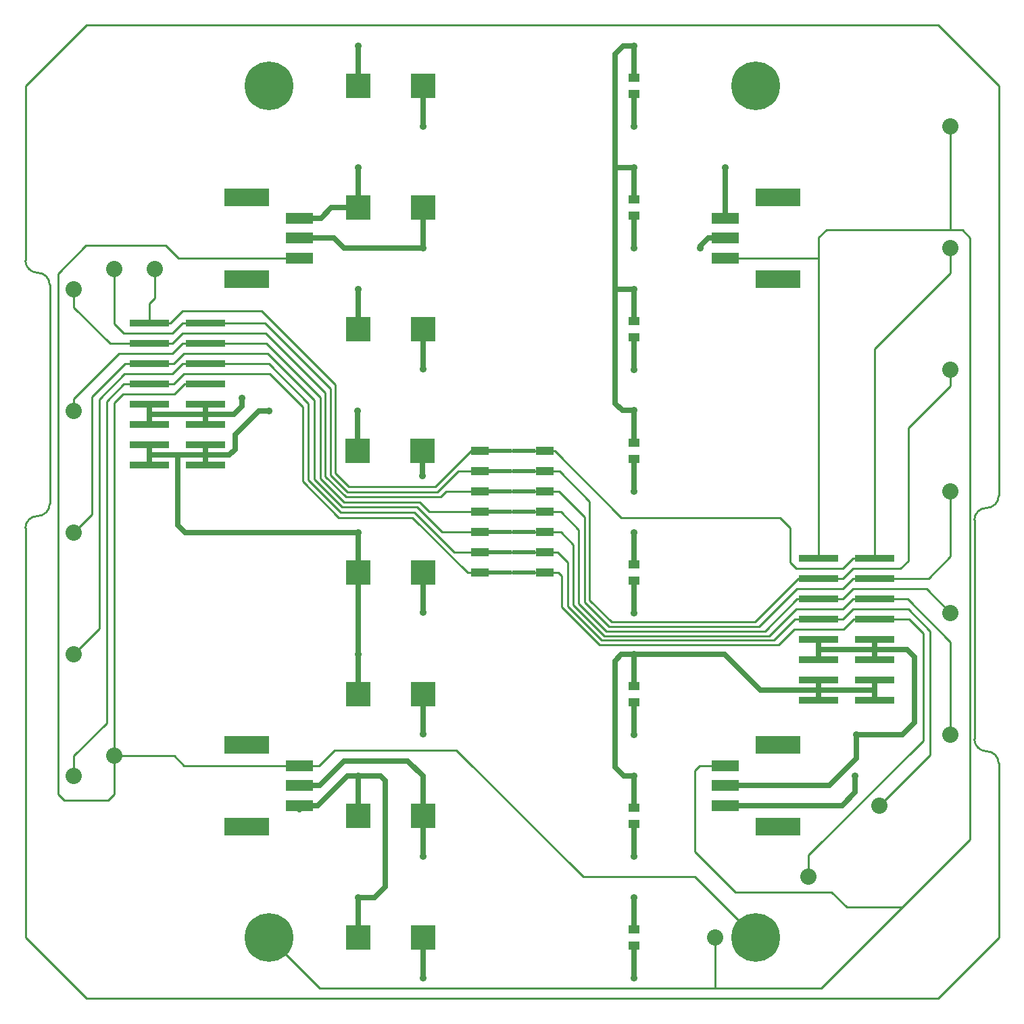
<source format=gbl>
G04 #@! TF.FileFunction,Copper,L2,Bot,Signal*
%FSLAX46Y46*%
G04 Gerber Fmt 4.6, Leading zero omitted, Abs format (unit mm)*
G04 Created by KiCad (PCBNEW 0.201504161001+5603~22~ubuntu14.10.1-product) date Fri Apr 17 18:25:38 2015*
%MOMM*%
G01*
G04 APERTURE LIST*
%ADD10C,0.152400*%
%ADD11C,0.254000*%
%ADD12R,5.000000X0.900000*%
%ADD13R,2.200000X1.016000*%
%ADD14R,3.000000X0.500000*%
%ADD15R,3.048000X3.048000*%
%ADD16R,3.400000X1.400000*%
%ADD17R,5.600000X2.300000*%
%ADD18R,1.422400X1.066800*%
%ADD19C,6.096000*%
%ADD20C,2.032000*%
%ADD21C,0.889000*%
%ADD22C,0.635000*%
G04 APERTURE END LIST*
D10*
D11*
X147320000Y-33020000D02*
X139700000Y-25400000D01*
X147320000Y-139700000D02*
X139700000Y-147320000D01*
X25400000Y-139700000D02*
X33020000Y-147320000D01*
X33020000Y-25400000D02*
X25400000Y-33020000D01*
X147320000Y-117856000D02*
G75*
G03X145796000Y-116332000I-1524000J0D01*
G01*
X144272000Y-114808000D02*
G75*
G03X145796000Y-116332000I1524000J0D01*
G01*
X145796000Y-85852000D02*
G75*
G03X144272000Y-87376000I0J-1524000D01*
G01*
X145796000Y-85852000D02*
G75*
G03X147320000Y-84328000I0J1524000D01*
G01*
X25400000Y-54864000D02*
G75*
G03X26924000Y-56388000I1524000J0D01*
G01*
X28448000Y-57912000D02*
G75*
G03X26924000Y-56388000I-1524000J0D01*
G01*
X26924000Y-86868000D02*
G75*
G03X25400000Y-88392000I0J-1524000D01*
G01*
X26924000Y-86868000D02*
G75*
G03X28448000Y-85344000I0J1524000D01*
G01*
X147320000Y-84328000D02*
X147320000Y-33020000D01*
X147320000Y-117856000D02*
X147320000Y-139700000D01*
X25400000Y-88392000D02*
X25400000Y-139700000D01*
X25400000Y-54864000D02*
X25400000Y-33020000D01*
X144272000Y-101092000D02*
X144272000Y-114808000D01*
X144272000Y-101092000D02*
X144272000Y-87376000D01*
X28448000Y-71628000D02*
X28448000Y-85344000D01*
X28448000Y-71628000D02*
X28448000Y-57912000D01*
X139700000Y-147320000D02*
X33020000Y-147320000D01*
X33020000Y-25400000D02*
X139700000Y-25400000D01*
D12*
X124770000Y-92202000D03*
X131770000Y-92202000D03*
X131770000Y-94742000D03*
X124770000Y-94742000D03*
X131770000Y-97282000D03*
X124770000Y-97282000D03*
X131770000Y-99822000D03*
X124770000Y-99822000D03*
X131770000Y-102362000D03*
X124770000Y-102362000D03*
X131770000Y-104902000D03*
X124770000Y-104902000D03*
X131770000Y-107442000D03*
X124770000Y-107442000D03*
X131770000Y-109982000D03*
X124770000Y-109982000D03*
X40950000Y-62738000D03*
X47950000Y-62738000D03*
X47950000Y-65278000D03*
X40950000Y-65278000D03*
X47950000Y-67818000D03*
X40950000Y-67818000D03*
X47950000Y-70358000D03*
X40950000Y-70358000D03*
X47950000Y-72898000D03*
X40950000Y-72898000D03*
X47950000Y-75438000D03*
X40950000Y-75438000D03*
X47950000Y-77978000D03*
X40950000Y-77978000D03*
X47950000Y-80518000D03*
X40950000Y-80518000D03*
D13*
X90424000Y-78740000D03*
X82296000Y-78740000D03*
D14*
X84860000Y-78740000D03*
X87860000Y-78740000D03*
D13*
X90424000Y-81280000D03*
X82296000Y-81280000D03*
D14*
X84860000Y-81280000D03*
X87860000Y-81280000D03*
D13*
X90424000Y-83820000D03*
X82296000Y-83820000D03*
D14*
X84860000Y-83820000D03*
X87860000Y-83820000D03*
D13*
X90424000Y-86360000D03*
X82296000Y-86360000D03*
D14*
X84860000Y-86360000D03*
X87860000Y-86360000D03*
D13*
X90424000Y-88900000D03*
X82296000Y-88900000D03*
D14*
X84860000Y-88900000D03*
X87860000Y-88900000D03*
D13*
X90424000Y-91440000D03*
X82296000Y-91440000D03*
D14*
X84860000Y-91440000D03*
X87860000Y-91440000D03*
D13*
X90424000Y-93980000D03*
X82296000Y-93980000D03*
D14*
X84860000Y-93980000D03*
X87860000Y-93980000D03*
D15*
X75184000Y-139700000D03*
X67056000Y-139700000D03*
X75184000Y-124460000D03*
X67056000Y-124460000D03*
X75184000Y-109220000D03*
X67056000Y-109220000D03*
X75184000Y-93980000D03*
X67056000Y-93980000D03*
X75171300Y-78740000D03*
X67043300Y-78740000D03*
X75184000Y-63500000D03*
X67056000Y-63500000D03*
X75184000Y-48260000D03*
X67056000Y-48260000D03*
X75184000Y-33020000D03*
X67056000Y-33020000D03*
D16*
X59690000Y-52070000D03*
X59690000Y-54570000D03*
D17*
X53090000Y-57170000D03*
X53090000Y-46970000D03*
D16*
X59690000Y-49570000D03*
X113030000Y-52070000D03*
X113030000Y-49570000D03*
D17*
X119630000Y-46970000D03*
X119630000Y-57170000D03*
D16*
X113030000Y-54570000D03*
X59690000Y-120650000D03*
X59690000Y-123150000D03*
D17*
X53090000Y-125750000D03*
X53090000Y-115550000D03*
D16*
X59690000Y-118150000D03*
X113030000Y-120650000D03*
X113030000Y-118150000D03*
D17*
X119630000Y-115550000D03*
X119630000Y-125750000D03*
D16*
X113030000Y-123150000D03*
D18*
X101600000Y-32004000D03*
X101600000Y-34036000D03*
X101600000Y-47244000D03*
X101600000Y-49276000D03*
X101600000Y-62484000D03*
X101600000Y-64516000D03*
X101600000Y-77724000D03*
X101600000Y-79756000D03*
X101600000Y-92964000D03*
X101600000Y-94996000D03*
X101600000Y-108204000D03*
X101600000Y-110236000D03*
X101600000Y-123444000D03*
X101600000Y-125476000D03*
X101600000Y-138684000D03*
X101600000Y-140716000D03*
D19*
X55880000Y-139700000D03*
X116840000Y-139700000D03*
X55880000Y-33020000D03*
X116840000Y-33020000D03*
D20*
X36512500Y-116903500D03*
X31432500Y-119443500D03*
X123507500Y-132016500D03*
X31432500Y-104203500D03*
X132397500Y-123126500D03*
X31432500Y-88963500D03*
X141287500Y-114236500D03*
X31432500Y-73723500D03*
X141287500Y-98996500D03*
X31432500Y-58483500D03*
X141300200Y-83769200D03*
X36512500Y-55943500D03*
X141287500Y-68516500D03*
X41592500Y-55943500D03*
X141287500Y-53276500D03*
X111760000Y-139700000D03*
X141287500Y-38036500D03*
D21*
X129476500Y-114236500D03*
X101600000Y-144729200D03*
X101600000Y-129489200D03*
X101600000Y-114249200D03*
X101600000Y-99009200D03*
X101600000Y-83769200D03*
X101600000Y-68529200D03*
X101600000Y-53289200D03*
X101600000Y-38049200D03*
X75171300Y-81813400D03*
X109931200Y-53289200D03*
X75184000Y-38049200D03*
X75184000Y-53289200D03*
X75184000Y-68478400D03*
X75184000Y-98958400D03*
X75184000Y-114198400D03*
X75184000Y-129489200D03*
X75184000Y-144729200D03*
X52565300Y-72072500D03*
X101600000Y-134670800D03*
X101600000Y-119430800D03*
X101600000Y-104190800D03*
X101600000Y-88950800D03*
X101650800Y-73660000D03*
X101600000Y-58470800D03*
X101600000Y-43230800D03*
X101600000Y-27990800D03*
X67043300Y-73723500D03*
X67056000Y-27990800D03*
X67056000Y-43230800D03*
X67056000Y-58470800D03*
X67056000Y-88950800D03*
X67056000Y-104190800D03*
X67056000Y-119430800D03*
X67056000Y-134670800D03*
X129362200Y-119443500D03*
X55943500Y-73723500D03*
X113030000Y-43230800D03*
D11*
X36512500Y-116903500D02*
X36512500Y-72707500D01*
X36512500Y-72707500D02*
X37592000Y-71628000D01*
X36512500Y-116903500D02*
X44030900Y-116903500D01*
X44030900Y-116903500D02*
X45277400Y-118150000D01*
X59690000Y-118150000D02*
X45277400Y-118150000D01*
X45339000Y-70358000D02*
X44069000Y-71628000D01*
X47950000Y-70358000D02*
X45339000Y-70358000D01*
X44069000Y-71628000D02*
X37592000Y-71628000D01*
X33000000Y-53000000D02*
X29500000Y-56500000D01*
X43000000Y-53000000D02*
X33000000Y-53000000D01*
X44570000Y-54570000D02*
X43000000Y-53000000D01*
X59690000Y-54570000D02*
X44570000Y-54570000D01*
X36512500Y-121737500D02*
X35750000Y-122500000D01*
X35750000Y-122500000D02*
X30250000Y-122500000D01*
X30250000Y-122500000D02*
X29500000Y-121750000D01*
X29500000Y-121750000D02*
X29500000Y-56500000D01*
X36512500Y-116903500D02*
X36512500Y-121737500D01*
X62190000Y-118150000D02*
X64135000Y-116205000D01*
X64135000Y-116205000D02*
X79375000Y-116205000D01*
X79375000Y-116205000D02*
X95250000Y-132080000D01*
X95250000Y-132080000D02*
X109220000Y-132080000D01*
X109220000Y-132080000D02*
X116840000Y-139700000D01*
X59690000Y-118150000D02*
X62190000Y-118150000D01*
X43942000Y-70358000D02*
X45212000Y-69088000D01*
X45212000Y-69088000D02*
X56007000Y-69088000D01*
X31432500Y-119443500D02*
X31432500Y-116928900D01*
X31432500Y-116928900D02*
X35572700Y-112788700D01*
X35572700Y-72504300D02*
X35572700Y-112788700D01*
X40950000Y-70358000D02*
X37719000Y-70358000D01*
X37719000Y-70358000D02*
X35572700Y-72504300D01*
X43942000Y-70358000D02*
X40950000Y-70358000D01*
X60109100Y-82524600D02*
X60109100Y-73190100D01*
X64643000Y-87058500D02*
X60109100Y-82524600D01*
X60109100Y-73190100D02*
X56007000Y-69088000D01*
X82296000Y-93980000D02*
X80772000Y-93980000D01*
X80772000Y-93980000D02*
X73850500Y-87058500D01*
X85090000Y-93980000D02*
X82296000Y-93980000D01*
X123507500Y-132016500D02*
X123507500Y-129349500D01*
X136118600Y-99822000D02*
X137871200Y-101574600D01*
X131770000Y-99822000D02*
X136118600Y-99822000D01*
X119735600Y-103022400D02*
X97294700Y-103022400D01*
X92544900Y-94373700D02*
X92151200Y-93980000D01*
X92544900Y-98272600D02*
X92544900Y-94373700D01*
X97294700Y-103022400D02*
X92544900Y-98272600D01*
X90424000Y-93980000D02*
X92151200Y-93980000D01*
X127889000Y-101092000D02*
X129159000Y-99822000D01*
X129159000Y-99822000D02*
X131770000Y-99822000D01*
X121666000Y-101092000D02*
X127889000Y-101092000D01*
X121666000Y-101092000D02*
X119735600Y-103022400D01*
X87630000Y-93980000D02*
X90424000Y-93980000D01*
X137871200Y-114985800D02*
X123507500Y-129349500D01*
X137871200Y-101574600D02*
X137871200Y-114985800D01*
X87860000Y-93980000D02*
X84860000Y-93980000D01*
X73850500Y-87058500D02*
X64643000Y-87058500D01*
X34645600Y-72237600D02*
X34645600Y-100990400D01*
X34645600Y-100990400D02*
X31432500Y-104203500D01*
X45085000Y-67818000D02*
X43815000Y-69088000D01*
X43815000Y-69088000D02*
X37795200Y-69088000D01*
X37795200Y-69088000D02*
X34645600Y-72237600D01*
X47950000Y-67818000D02*
X45085000Y-67818000D01*
X47950000Y-67818000D02*
X55880000Y-67818000D01*
X60807600Y-72745600D02*
X55880000Y-67818000D01*
X60807600Y-82384900D02*
X60807600Y-72745600D01*
X64858900Y-86436200D02*
X60807600Y-82384900D01*
X82296000Y-91440000D02*
X79146400Y-91440000D01*
X79146400Y-91440000D02*
X74142600Y-86436200D01*
X82296000Y-91440000D02*
X82296000Y-91135200D01*
X85090000Y-91440000D02*
X82296000Y-91440000D01*
X129032000Y-98552000D02*
X136042400Y-98552000D01*
X127762000Y-99822000D02*
X129032000Y-98552000D01*
X127762000Y-99822000D02*
X124770000Y-99822000D01*
X136042400Y-98552000D02*
X138760200Y-101269800D01*
X119176800Y-102438200D02*
X97599500Y-102438200D01*
X93345000Y-92697300D02*
X92087700Y-91440000D01*
X93345000Y-98183700D02*
X93345000Y-92697300D01*
X97599500Y-102438200D02*
X93345000Y-98183700D01*
X124770000Y-99822000D02*
X126873000Y-99822000D01*
X121793000Y-99822000D02*
X119176800Y-102438200D01*
X92087700Y-91440000D02*
X90424000Y-91440000D01*
X124770000Y-99822000D02*
X121793000Y-99822000D01*
X90424000Y-91440000D02*
X87630000Y-91440000D01*
X138760200Y-116763800D02*
X132397500Y-123126500D01*
X138760200Y-101269800D02*
X138760200Y-116763800D01*
X84860000Y-91440000D02*
X87860000Y-91440000D01*
X74142600Y-86436200D02*
X64858900Y-86436200D01*
X33743900Y-71970900D02*
X33743900Y-86652100D01*
X33743900Y-86652100D02*
X31432500Y-88963500D01*
X37896800Y-67818000D02*
X33743900Y-71970900D01*
X40950000Y-67818000D02*
X37896800Y-67818000D01*
X43942000Y-67818000D02*
X40950000Y-67818000D01*
X45212000Y-66548000D02*
X43942000Y-67818000D01*
X55727600Y-66548000D02*
X45212000Y-66548000D01*
X61569600Y-72390000D02*
X55727600Y-66548000D01*
X82296000Y-88900000D02*
X77584300Y-88900000D01*
X65100200Y-85763100D02*
X61569600Y-82232500D01*
X74447400Y-85763100D02*
X65100200Y-85763100D01*
X77584300Y-88900000D02*
X74447400Y-85763100D01*
X82296000Y-88900000D02*
X85090000Y-88900000D01*
X118605300Y-101866700D02*
X97904300Y-101866700D01*
X94030800Y-90449400D02*
X92481400Y-88900000D01*
X94030800Y-97993200D02*
X94030800Y-90449400D01*
X97904300Y-101866700D02*
X94030800Y-97993200D01*
X141287500Y-114236500D02*
X141287500Y-102628700D01*
X141287500Y-102628700D02*
X135940800Y-97282000D01*
X131770000Y-97282000D02*
X135940800Y-97282000D01*
X129032000Y-97282000D02*
X127762000Y-98552000D01*
X131770000Y-97282000D02*
X129032000Y-97282000D01*
X121920000Y-98552000D02*
X118605300Y-101866700D01*
X92481400Y-88900000D02*
X90424000Y-88900000D01*
X127762000Y-98552000D02*
X121920000Y-98552000D01*
X87630000Y-88900000D02*
X90424000Y-88900000D01*
X87860000Y-88900000D02*
X84860000Y-88900000D01*
X61569600Y-82232500D02*
X61569600Y-72390000D01*
X43815000Y-66548000D02*
X37109400Y-66548000D01*
X31432500Y-72224900D02*
X31432500Y-73723500D01*
X37109400Y-66548000D02*
X31432500Y-72224900D01*
X47950000Y-65278000D02*
X45085000Y-65278000D01*
X45085000Y-65278000D02*
X43815000Y-66548000D01*
X47950000Y-65278000D02*
X55575200Y-65278000D01*
X62318900Y-72021700D02*
X55575200Y-65278000D01*
X62318900Y-82143600D02*
X62318900Y-72021700D01*
X65316100Y-85140800D02*
X62318900Y-82143600D01*
X82296000Y-86360000D02*
X75984100Y-86360000D01*
X75984100Y-86360000D02*
X74764900Y-85140800D01*
X85090000Y-86360000D02*
X82296000Y-86360000D01*
X138303000Y-96012000D02*
X141287500Y-98996500D01*
X118033800Y-101295200D02*
X98183700Y-101295200D01*
X94716600Y-88582500D02*
X92494100Y-86360000D01*
X94716600Y-97828100D02*
X94716600Y-88582500D01*
X98183700Y-101295200D02*
X94716600Y-97828100D01*
X129032000Y-96012000D02*
X138303000Y-96012000D01*
X127762000Y-97282000D02*
X129032000Y-96012000D01*
X127762000Y-97282000D02*
X124770000Y-97282000D01*
X124770000Y-97282000D02*
X122047000Y-97282000D01*
X122047000Y-97282000D02*
X118033800Y-101295200D01*
X92494100Y-86360000D02*
X90424000Y-86360000D01*
X90424000Y-86360000D02*
X87630000Y-86360000D01*
X84860000Y-86360000D02*
X87860000Y-86360000D01*
X74764900Y-85140800D02*
X65316100Y-85140800D01*
X40950000Y-65278000D02*
X35991800Y-65278000D01*
X31432500Y-60718700D02*
X31432500Y-58483500D01*
X35991800Y-65278000D02*
X31432500Y-60718700D01*
X43815000Y-65278000D02*
X40950000Y-65278000D01*
X55499000Y-64008000D02*
X45085000Y-64008000D01*
X45085000Y-64008000D02*
X43815000Y-65278000D01*
X62941200Y-71450200D02*
X55499000Y-64008000D01*
X65532002Y-84493100D02*
X62941200Y-81902298D01*
X62941200Y-81902298D02*
X62941200Y-71450200D01*
X82296000Y-83820000D02*
X78092300Y-83820000D01*
X77419200Y-84493100D02*
X65532002Y-84493100D01*
X78092300Y-83820000D02*
X77419200Y-84493100D01*
X82296000Y-83820000D02*
X85090000Y-83820000D01*
X90424000Y-83820000D02*
X92240100Y-83820000D01*
X129032000Y-94742000D02*
X131770000Y-94742000D01*
X129032000Y-94742000D02*
X127762000Y-96012000D01*
X98513900Y-100736400D02*
X117322600Y-100736400D01*
X122047000Y-96012000D02*
X117322600Y-100736400D01*
X127762000Y-96012000D02*
X122047000Y-96012000D01*
X98513900Y-100736400D02*
X95427800Y-97650300D01*
X95427800Y-97650300D02*
X95427800Y-87007700D01*
X95427800Y-87007700D02*
X92240100Y-83820000D01*
X87630000Y-83820000D02*
X90424000Y-83820000D01*
X138508000Y-94742000D02*
X141300200Y-91949800D01*
X141300200Y-91949800D02*
X141300200Y-83769200D01*
X131770000Y-94742000D02*
X138508000Y-94742000D01*
X87860000Y-83820000D02*
X84860000Y-83820000D01*
X36512500Y-55943500D02*
X36512500Y-62801500D01*
X36512500Y-62801500D02*
X37719000Y-64008000D01*
X47950000Y-62738000D02*
X45085000Y-62738000D01*
X45085000Y-62738000D02*
X43815000Y-64008000D01*
X43815000Y-64008000D02*
X37719000Y-64008000D01*
X47950000Y-62738000D02*
X55422800Y-62738000D01*
X63614300Y-70929500D02*
X55422800Y-62738000D01*
X63614300Y-81711800D02*
X63614300Y-70929500D01*
X65735200Y-83832700D02*
X63614300Y-81711800D01*
X82296000Y-81280000D02*
X79590900Y-81280000D01*
X79590900Y-81280000D02*
X77038200Y-83832700D01*
X85090000Y-81280000D02*
X82296000Y-81280000D01*
X141287500Y-70561200D02*
X141287500Y-68516500D01*
X116776500Y-100139500D02*
X98818700Y-100139500D01*
X96062800Y-85013800D02*
X92329000Y-81280000D01*
X96062800Y-97383600D02*
X96062800Y-85013800D01*
X98818700Y-100139500D02*
X96062800Y-97383600D01*
X127762000Y-94742000D02*
X129032000Y-93472000D01*
X127762000Y-94742000D02*
X124770000Y-94742000D01*
X116776500Y-100139500D02*
X122174000Y-94742000D01*
X124770000Y-94742000D02*
X122174000Y-94742000D01*
X92329000Y-81280000D02*
X90424000Y-81280000D01*
X90424000Y-81280000D02*
X87630000Y-81280000D01*
X135028000Y-93472000D02*
X136000000Y-92500000D01*
X136000000Y-92500000D02*
X136000000Y-75848700D01*
X136000000Y-75848700D02*
X141287500Y-70561200D01*
X129032000Y-93472000D02*
X135028000Y-93472000D01*
X84860000Y-81280000D02*
X87860000Y-81280000D01*
X77038200Y-83832700D02*
X65735200Y-83832700D01*
X40950000Y-62738000D02*
X40950000Y-60218200D01*
X40950000Y-60218200D02*
X41592500Y-59575700D01*
X41592500Y-59575700D02*
X41592500Y-55943500D01*
X40950000Y-62738000D02*
X43561000Y-62738000D01*
X43561000Y-62738000D02*
X45085000Y-61214000D01*
X45085000Y-61214000D02*
X55016400Y-61214000D01*
X64236600Y-81495900D02*
X64236600Y-70434200D01*
X64236600Y-70434200D02*
X55016400Y-61214000D01*
X65913000Y-83172300D02*
X64236600Y-81495900D01*
X82296000Y-78740000D02*
X81203800Y-78740000D01*
X81203800Y-78740000D02*
X76771500Y-83172300D01*
X82296000Y-78740000D02*
X85090000Y-78740000D01*
X141287500Y-56413400D02*
X141287500Y-53276500D01*
X121158000Y-92710000D02*
X121158000Y-88366600D01*
X99961700Y-87020400D02*
X99961700Y-87007700D01*
X100063300Y-87122000D02*
X99961700Y-87020400D01*
X119913400Y-87122000D02*
X100063300Y-87122000D01*
X121158000Y-88366600D02*
X119913400Y-87122000D01*
X129032000Y-92202000D02*
X127762000Y-93472000D01*
X127762000Y-93472000D02*
X121920000Y-93472000D01*
X121920000Y-93472000D02*
X121158000Y-92710000D01*
X99961700Y-87007700D02*
X91694000Y-78740000D01*
X91694000Y-78740000D02*
X90424000Y-78740000D01*
X131770000Y-92202000D02*
X129032000Y-92202000D01*
X87630000Y-78740000D02*
X90424000Y-78740000D01*
X131770000Y-65930900D02*
X141287500Y-56413400D01*
X131770000Y-92202000D02*
X131770000Y-65930900D01*
X87860000Y-78740000D02*
X84860000Y-78740000D01*
X76771500Y-83172300D02*
X65913000Y-83172300D01*
X109220000Y-118780000D02*
X109850000Y-118150000D01*
X109220000Y-128905000D02*
X109220000Y-118780000D01*
X113030000Y-54570000D02*
X124770000Y-54570000D01*
X124770000Y-92202000D02*
X124770000Y-54570000D01*
X125750000Y-51000000D02*
X141287500Y-51000000D01*
X124770000Y-51980000D02*
X125750000Y-51000000D01*
X124770000Y-54570000D02*
X124770000Y-51980000D01*
X141287500Y-38036500D02*
X141287500Y-51000000D01*
X113030000Y-118150000D02*
X109850000Y-118150000D01*
X111760000Y-146050000D02*
X62230000Y-146050000D01*
X62230000Y-146050000D02*
X55880000Y-139700000D01*
X111760000Y-139700000D02*
X111760000Y-146050000D01*
X135255000Y-135890000D02*
X125095000Y-146050000D01*
X125095000Y-146050000D02*
X111760000Y-146050000D01*
X143751300Y-127393700D02*
X135255000Y-135890000D01*
X141287500Y-51000000D02*
X142750000Y-51000000D01*
X142750000Y-51000000D02*
X143751300Y-52001300D01*
X143751300Y-52001300D02*
X143751300Y-127393700D01*
X126365000Y-133985000D02*
X128270000Y-135890000D01*
X128270000Y-135890000D02*
X135255000Y-135890000D01*
X114300000Y-133985000D02*
X109220000Y-128905000D01*
X126365000Y-133985000D02*
X114300000Y-133985000D01*
D22*
X126080520Y-120650000D02*
X129476500Y-117254020D01*
X113030000Y-120650000D02*
X126080520Y-120650000D01*
X129476500Y-117254020D02*
X129476500Y-114236500D01*
X101600000Y-140716000D02*
X101600000Y-144729200D01*
X101600000Y-125476000D02*
X101600000Y-129489200D01*
X101600000Y-110236000D02*
X101600000Y-114249200D01*
X101600000Y-94996000D02*
X101600000Y-99009200D01*
X101600000Y-79756000D02*
X101600000Y-83769200D01*
X101600000Y-64516000D02*
X101600000Y-68529200D01*
X101600000Y-49276000D02*
X101600000Y-53289200D01*
X101600000Y-34036000D02*
X101600000Y-38049200D01*
X75171300Y-78740000D02*
X75171300Y-81813400D01*
X75184000Y-33020000D02*
X75184000Y-38049200D01*
X75184000Y-48260000D02*
X75184000Y-53289200D01*
X75184000Y-63500000D02*
X75184000Y-68478400D01*
X75184000Y-93980000D02*
X75184000Y-98958400D01*
X75184000Y-109220000D02*
X75184000Y-114198400D01*
X75184000Y-124460000D02*
X75184000Y-129489200D01*
X75184000Y-139700000D02*
X75184000Y-144729200D01*
X40950000Y-74168000D02*
X40950000Y-75438000D01*
X40950000Y-72898000D02*
X40950000Y-74168000D01*
X47950000Y-74168000D02*
X47950000Y-75438000D01*
X47950000Y-72898000D02*
X47950000Y-74168000D01*
X40950000Y-74168000D02*
X47950000Y-74168000D01*
X124770000Y-103632000D02*
X124770000Y-104902000D01*
X124770000Y-102362000D02*
X124770000Y-103632000D01*
X131770000Y-103632000D02*
X131770000Y-104902000D01*
X131770000Y-102362000D02*
X131770000Y-103632000D01*
X131750000Y-103632000D02*
X131770000Y-103632000D01*
X124770000Y-103632000D02*
X131750000Y-103632000D01*
X62268100Y-120650000D02*
X65341500Y-117576600D01*
X65341500Y-117576600D02*
X73304400Y-117576600D01*
X73304400Y-117576600D02*
X75184000Y-119456200D01*
X75184000Y-119456200D02*
X75184000Y-124460000D01*
X59690000Y-120650000D02*
X62268100Y-120650000D01*
X65289200Y-53289200D02*
X64070000Y-52070000D01*
X64070000Y-52070000D02*
X59690000Y-52070000D01*
X75184000Y-53289200D02*
X65289200Y-53289200D01*
X109931200Y-53068800D02*
X110930000Y-52070000D01*
X110930000Y-52070000D02*
X113030000Y-52070000D01*
X109931200Y-53289200D02*
X109931200Y-53068800D01*
X47950000Y-74168000D02*
X51485800Y-74168000D01*
X52565300Y-73088500D02*
X52565300Y-72072500D01*
X51485800Y-74168000D02*
X52565300Y-73088500D01*
X135882000Y-103632000D02*
X136750000Y-104500000D01*
X136750000Y-104500000D02*
X136750000Y-112750000D01*
X136750000Y-112750000D02*
X135263500Y-114236500D01*
X135263500Y-114236500D02*
X129476500Y-114236500D01*
X131750000Y-103632000D02*
X135882000Y-103632000D01*
X101600000Y-138684000D02*
X101600000Y-134670800D01*
X101600000Y-123444000D02*
X101600000Y-119430800D01*
X101600000Y-108204000D02*
X101600000Y-104190800D01*
X101600000Y-92964000D02*
X101600000Y-88950800D01*
X101600000Y-77724000D02*
X101600000Y-73710800D01*
X101600000Y-73710800D02*
X101650800Y-73660000D01*
X101600000Y-62484000D02*
X101600000Y-58470800D01*
X101600000Y-47244000D02*
X101600000Y-43230800D01*
X101600000Y-32004000D02*
X101600000Y-27990800D01*
X67043300Y-78740000D02*
X67043300Y-73723500D01*
X67056000Y-33020000D02*
X67056000Y-27990800D01*
X67056000Y-48260000D02*
X67056000Y-43230800D01*
X67056000Y-63500000D02*
X67056000Y-58470800D01*
X67056000Y-93980000D02*
X67056000Y-88950800D01*
X67056000Y-109220000D02*
X67056000Y-104190800D01*
X67056000Y-124460000D02*
X67056000Y-119430800D01*
X67056000Y-139700000D02*
X67056000Y-134670800D01*
X59690000Y-123150000D02*
X59690000Y-123698000D01*
X40950000Y-79248000D02*
X40950000Y-80518000D01*
X40950000Y-77978000D02*
X40950000Y-79248000D01*
X47950000Y-79248000D02*
X47950000Y-80518000D01*
X47950000Y-77978000D02*
X47950000Y-79248000D01*
X44500000Y-79248000D02*
X47950000Y-79248000D01*
X40950000Y-79248000D02*
X44500000Y-79248000D01*
X124770000Y-108712000D02*
X124770000Y-109982000D01*
X124770000Y-107442000D02*
X124770000Y-108712000D01*
X131770000Y-108712000D02*
X131770000Y-109982000D01*
X131770000Y-107442000D02*
X131770000Y-108712000D01*
X124770000Y-108712000D02*
X131770000Y-108712000D01*
X127675000Y-123150000D02*
X129362200Y-121462800D01*
X129362200Y-121462800D02*
X129362200Y-119443500D01*
X113030000Y-123150000D02*
X127675000Y-123150000D01*
X61977900Y-123150000D02*
X65697100Y-119430800D01*
X65697100Y-119430800D02*
X67056000Y-119430800D01*
X59690000Y-123150000D02*
X61977900Y-123150000D01*
X50939700Y-79248000D02*
X51689000Y-78498700D01*
X51689000Y-78498700D02*
X51689000Y-76708000D01*
X51689000Y-76708000D02*
X54673500Y-73723500D01*
X54673500Y-73723500D02*
X55943500Y-73723500D01*
X47950000Y-79248000D02*
X50939700Y-79248000D01*
X62430000Y-49570000D02*
X63740000Y-48260000D01*
X63740000Y-48260000D02*
X67056000Y-48260000D01*
X59690000Y-49570000D02*
X62430000Y-49570000D01*
X113030000Y-49570000D02*
X113030000Y-43230800D01*
X99250000Y-105000000D02*
X100059200Y-104190800D01*
X100059200Y-104190800D02*
X101600000Y-104190800D01*
X99250000Y-29000000D02*
X100259200Y-27990800D01*
X99250000Y-43230800D02*
X99250000Y-29000000D01*
X100259200Y-27990800D02*
X101600000Y-27990800D01*
X99250000Y-58470800D02*
X99250000Y-43230800D01*
X100160000Y-73660000D02*
X99250000Y-72750000D01*
X99250000Y-72750000D02*
X99250000Y-58470800D01*
X101650800Y-73660000D02*
X100160000Y-73660000D01*
X101600000Y-43230800D02*
X99250000Y-43230800D01*
X101600000Y-58470800D02*
X99250000Y-58470800D01*
X67056000Y-104190800D02*
X67056000Y-93980000D01*
X44500000Y-88000000D02*
X45450800Y-88950800D01*
X45450800Y-88950800D02*
X67056000Y-88950800D01*
X44500000Y-79248000D02*
X44500000Y-88000000D01*
X117462000Y-108712000D02*
X112940800Y-104190800D01*
X112940800Y-104190800D02*
X101600000Y-104190800D01*
X124770000Y-108712000D02*
X117462000Y-108712000D01*
X69900800Y-119430800D02*
X70485000Y-120015000D01*
X70485000Y-120015000D02*
X70485000Y-133350000D01*
X70485000Y-133350000D02*
X69164200Y-134670800D01*
X69164200Y-134670800D02*
X67056000Y-134670800D01*
X67056000Y-119430800D02*
X69900800Y-119430800D01*
X99250000Y-118300000D02*
X100380800Y-119430800D01*
X100380800Y-119430800D02*
X101600000Y-119430800D01*
X99250000Y-105000000D02*
X99250000Y-118300000D01*
M02*

</source>
